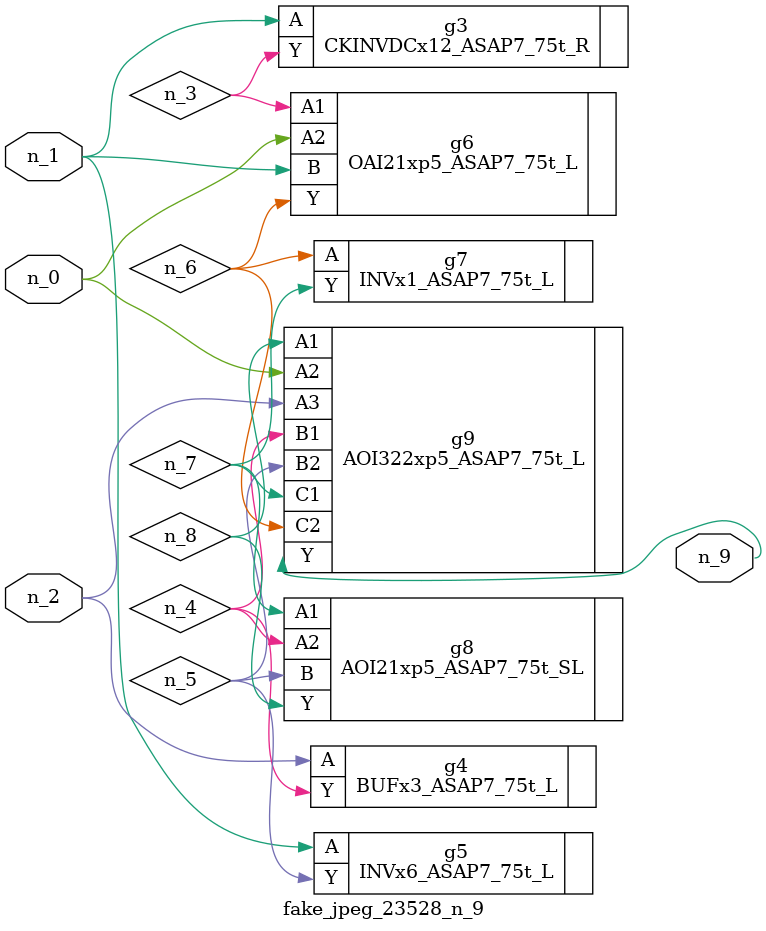
<source format=v>
module fake_jpeg_23528_n_9 (n_0, n_2, n_1, n_9);

input n_0;
input n_2;
input n_1;

output n_9;

wire n_3;
wire n_4;
wire n_8;
wire n_6;
wire n_5;
wire n_7;

CKINVDCx12_ASAP7_75t_R g3 ( 
.A(n_1),
.Y(n_3)
);

BUFx3_ASAP7_75t_L g4 ( 
.A(n_2),
.Y(n_4)
);

INVx6_ASAP7_75t_L g5 ( 
.A(n_1),
.Y(n_5)
);

OAI21xp5_ASAP7_75t_L g6 ( 
.A1(n_3),
.A2(n_0),
.B(n_1),
.Y(n_6)
);

INVx1_ASAP7_75t_L g7 ( 
.A(n_6),
.Y(n_7)
);

AOI21xp5_ASAP7_75t_SL g8 ( 
.A1(n_7),
.A2(n_4),
.B(n_5),
.Y(n_8)
);

AOI322xp5_ASAP7_75t_L g9 ( 
.A1(n_8),
.A2(n_0),
.A3(n_2),
.B1(n_4),
.B2(n_5),
.C1(n_7),
.C2(n_6),
.Y(n_9)
);


endmodule
</source>
